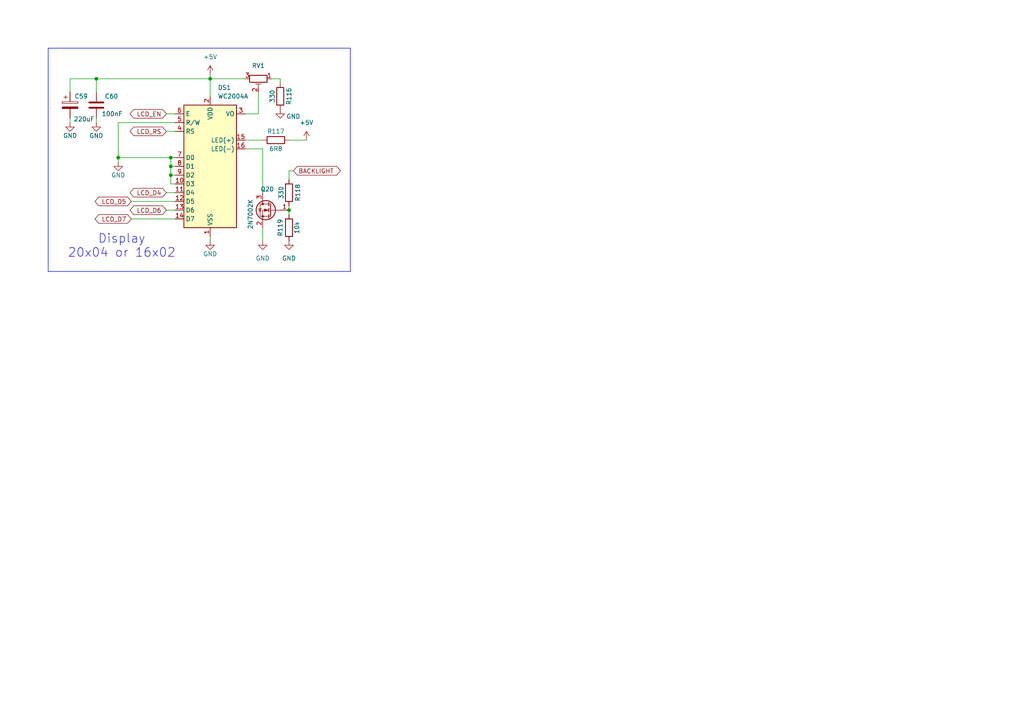
<source format=kicad_sch>
(kicad_sch (version 20231120) (generator "eeschema") (generator_version "8.0")
  (paper "A4")
  (lib_symbols
    (symbol "1_Library_GF:C_THT_RECT" (pin_numbers hide) (pin_names (offset 0.254))
      (property "Reference" "C" (at 0.635 2.54 0))
      (property "Value" "C" (at 0.635 -2.54 0))
      (property "Description" "Unpolarized capacitor" (at 0 0 0))
      (symbol "C_THT_RECT_0_1"
        (polyline (pts (xy -2.032 -0.762) (xy 2.032 -0.762)) (stroke (width 0.508)))
        (polyline (pts (xy -2.032 0.762) (xy 2.032 0.762)) (stroke (width 0.508)))
      )
      (symbol "C_THT_RECT_1_1"
        (pin passive line (at 0 3.81 270) (length 2.794) (name "~") (number "1"))
        (pin passive line (at 0 -3.81 90) (length 2.794) (name "~") (number "2"))
      )
    )
    (symbol "1_Library_GF:R_SMD_0805" (pin_numbers hide) (pin_names (offset 0))
      (property "Reference" "R" (at 2.032 0 90))
      (property "Value" "R" (at 0 0 90))
      (property "Description" "Resistor" (at 0 0 0))
      (symbol "R_SMD_0805_0_1"
        (rectangle (start -1.016 -2.54) (end 1.016 2.54) (stroke (width 0.254)))
      )
      (symbol "R_SMD_0805_1_1"
        (pin passive line (at 0 3.81 270) (length 1.27) (name "~") (number "1"))
        (pin passive line (at 0 -3.81 90) (length 1.27) (name "~") (number "2"))
      )
    )
    (symbol "Device:C_Polarized" (pin_numbers hide) (pin_names (offset 0.254))
      (property "Reference" "C" (at 0.635 2.54 0))
      (property "Value" "C_Polarized" (at 0.635 -2.54 0))
      (symbol "C_Polarized_0_1"
        (rectangle (start -2.286 0.508) (end 2.286 1.016))
        (polyline (pts (xy -1.778 2.286) (xy -0.762 2.286)))
        (polyline (pts (xy -1.27 2.794) (xy -1.27 1.778)))
        (rectangle (start 2.286 -0.508) (end -2.286 -1.016) (fill (type outline)))
      )
      (symbol "C_Polarized_1_1"
        (pin passive line (at 0 3.81 270) (length 2.794) (name "~") (number "1"))
        (pin passive line (at 0 -3.81 90) (length 2.794) (name "~") (number "2"))
      )
    )
    (symbol "Device:R" (pin_numbers hide) (pin_names (offset 0))
      (property "Reference" "R" (at 2.032 0 90))
      (property "Value" "R" (at 0 0 90))
      (symbol "R_0_1"
        (rectangle (start -1.016 -2.54) (end 1.016 2.54) (stroke (width 0.254)))
      )
      (symbol "R_1_1"
        (pin passive line (at 0 3.81 270) (length 1.27) (name "~") (number "1"))
        (pin passive line (at 0 -3.81 90) (length 1.27) (name "~") (number "2"))
      )
    )
    (symbol "Device:R_Potentiometer_Trim" (pin_names (offset 1.016) hide)
      (property "Reference" "RV" (at -4.445 0 90))
      (property "Value" "R_Potentiometer_Trim" (at -2.54 0 90))
      (symbol "R_Potentiometer_Trim_0_1"
        (polyline (pts (xy 1.524 0.762) (xy 1.524 -0.762)))
        (polyline (pts (xy 2.54 0) (xy 1.524 0)))
        (rectangle (start 1.016 2.54) (end -1.016 -2.54) (stroke (width 0.254)))
      )
      (symbol "R_Potentiometer_Trim_1_1"
        (pin passive line (at 0 3.81 270) (length 1.27) (name "1") (number "1"))
        (pin passive line (at 3.81 0 180) (length 1.27) (name "2") (number "2"))
        (pin passive line (at 0 -3.81 90) (length 1.27) (name "3") (number "3"))
      )
    )
    (symbol "Display_Character:WC1602A"
      (property "Reference" "DS" (at -5.842 19.05 0))
      (property "Value" "WC1602A" (at 5.334 19.05 0))
      (symbol "WC1602A_1_1"
        (rectangle (start -7.62 17.78) (end 7.62 -17.78) (stroke (width 0.254)) (fill (type background)))
        (pin power_in line (at 0 -20.32 90) (length 2.54) (name "VSS") (number "1"))
        (pin input line (at -10.16 -5.08 0) (length 2.54) (name "D3") (number "10"))
        (pin input line (at -10.16 -7.62 0) (length 2.54) (name "D4") (number "11"))
        (pin input line (at -10.16 -10.16 0) (length 2.54) (name "D5") (number "12"))
        (pin input line (at -10.16 -12.7 0) (length 2.54) (name "D6") (number "13"))
        (pin input line (at -10.16 -15.24 0) (length 2.54) (name "D7") (number "14"))
        (pin power_in line (at 10.16 7.62 180) (length 2.54) (name "LED(+)") (number "15"))
        (pin power_in line (at 10.16 5.08 180) (length 2.54) (name "LED(-)") (number "16"))
        (pin power_in line (at 0 20.32 270) (length 2.54) (name "VDD") (number "2"))
        (pin input line (at 10.16 15.24 180) (length 2.54) (name "VO") (number "3"))
        (pin input line (at -10.16 10.16 0) (length 2.54) (name "RS") (number "4"))
        (pin input line (at -10.16 12.7 0) (length 2.54) (name "R/W") (number "5"))
        (pin input line (at -10.16 15.24 0) (length 2.54) (name "E") (number "6"))
        (pin input line (at -10.16 2.54 0) (length 2.54) (name "D0") (number "7"))
        (pin input line (at -10.16 0 0) (length 2.54) (name "D1") (number "8"))
        (pin input line (at -10.16 -2.54 0) (length 2.54) (name "D2") (number "9"))
      )
    )
    (symbol "Transistor_FET:2N7002K" (pin_names hide)
      (property "Reference" "Q" (at 5.08 1.905 0))
      (property "Value" "2N7002K" (at 5.08 0 0))
      (symbol "2N7002K_0_1"
        (polyline (pts (xy 0.254 0) (xy -2.54 0)))
        (polyline (pts (xy 0.254 1.905) (xy 0.254 -1.905)) (stroke (width 0.254)))
        (polyline (pts (xy 0.762 -1.27) (xy 0.762 -2.286)) (stroke (width 0.254)))
        (polyline (pts (xy 0.762 0.508) (xy 0.762 -0.508)) (stroke (width 0.254)))
        (polyline (pts (xy 0.762 2.286) (xy 0.762 1.27)) (stroke (width 0.254)))
        (polyline (pts (xy 2.54 2.54) (xy 2.54 1.778)))
        (polyline (pts (xy 2.54 -2.54) (xy 2.54 0) (xy 0.762 0)))
        (polyline (pts (xy 0.762 -1.778) (xy 3.302 -1.778) (xy 3.302 1.778) (xy 0.762 1.778)))
        (polyline (pts (xy 1.016 0) (xy 2.032 0.381) (xy 2.032 -0.381) (xy 1.016 0)) (fill (type outline)))
        (polyline (pts (xy 2.794 0.508) (xy 2.921 0.381) (xy 3.683 0.381) (xy 3.81 0.254)))
        (polyline (pts (xy 3.302 0.381) (xy 2.921 -0.254) (xy 3.683 -0.254) (xy 3.302 0.381)))
        (circle (center 1.651 0) (radius 2.794) (stroke (width 0.254)))
        (circle (center 2.54 -1.778) (radius 0.254) (fill (type outline)))
        (circle (center 2.54 1.778) (radius 0.254) (fill (type outline)))
      )
      (symbol "2N7002K_1_1"
        (pin input line (at -5.08 0 0) (length 2.54) (name "G") (number "1"))
        (pin passive line (at 2.54 -5.08 90) (length 2.54) (name "S") (number "2"))
        (pin passive line (at 2.54 5.08 270) (length 2.54) (name "D") (number "3"))
      )
    )
    (symbol "power:+5V" (power) (pin_names (offset 0))
      (property "Value" "+5V" (at 0 3.556 0))
      (symbol "+5V_0_1"
        (polyline (pts (xy -0.762 1.27) (xy 0 2.54)))
        (polyline (pts (xy 0 0) (xy 0 2.54)))
        (polyline (pts (xy 0 2.54) (xy 0.762 1.27)))
      )
      (symbol "+5V_1_1"
        (pin power_in line (at 0 0 90) (length 0) hide (name "+5V") (number "1"))
      )
    )
    (symbol "power:GND" (power) (pin_names (offset 0))
      (property "Value" "GND" (at 0 -3.81 0))
      (symbol "GND_0_1"
        (polyline (pts (xy 0 0) (xy 0 -1.27) (xy 1.27 -1.27) (xy 0 -2.54) (xy -1.27 -1.27) (xy 0 -1.27)))
      )
      (symbol "GND_1_1"
        (pin power_in line (at 0 0 270) (length 0) hide (name "GND") (number "1"))
      )
    )
  )
  (junction (at 27.94 22.86))
  (junction (at 34.29 45.72))
  (junction (at 49.53 45.72))
  (junction (at 83.82 60.96))
  (junction (at 49.53 48.26))
  (junction (at 49.53 50.8))
  (junction (at 60.96 22.86))
  (wire (pts (xy 83.82 52.07) (xy 83.82 49.53)))
  (wire (pts (xy 76.2 43.18) (xy 71.12 43.18)))
  (wire (pts (xy 83.82 62.23) (xy 83.82 60.96)))
  (wire (pts (xy 74.93 33.02) (xy 74.93 26.67)))
  (wire (pts (xy 34.29 35.56) (xy 34.29 45.72)))
  (wire (pts (xy 49.53 50.8) (xy 49.53 48.26)))
  (wire (pts (xy 49.53 45.72) (xy 49.53 48.26)))
  (wire (pts (xy 20.32 22.86) (xy 27.94 22.86)))
  (wire (pts (xy 71.12 22.86) (xy 60.96 22.86)))
  (wire (pts (xy 76.2 69.85) (xy 76.2 66.04)))
  (wire (pts (xy 38.1 63.5) (xy 50.8 63.5)))
  (wire (pts (xy 48.26 60.96) (xy 50.8 60.96)))
  (wire (pts (xy 50.8 35.56) (xy 34.29 35.56)))
  (wire (pts (xy 34.29 45.72) (xy 49.53 45.72)))
  (wire (pts (xy 27.94 22.86) (xy 60.96 22.86)))
  (wire (pts (xy 48.26 33.02) (xy 50.8 33.02)))
  (wire (pts (xy 34.29 45.72) (xy 34.29 46.99)))
  (wire (pts (xy 48.26 38.1) (xy 50.8 38.1)))
  (wire (pts (xy 38.1 58.42) (xy 50.8 58.42)))
  (wire (pts (xy 83.82 40.64) (xy 88.9 40.64)))
  (wire (pts (xy 20.32 26.67) (xy 20.32 22.86)))
  (wire (pts (xy 48.26 55.88) (xy 50.8 55.88)))
  (wire (pts (xy 50.8 48.26) (xy 49.53 48.26)))
  (wire (pts (xy 71.12 33.02) (xy 74.93 33.02)))
  (wire (pts (xy 76.2 43.18) (xy 76.2 55.88)))
  (wire (pts (xy 81.28 22.86) (xy 81.28 24.13)))
  (wire (pts (xy 71.12 40.64) (xy 76.2 40.64)))
  (wire (pts (xy 27.94 26.67) (xy 27.94 22.86)))
  (wire (pts (xy 27.94 34.29) (xy 27.94 35.56)))
  (wire (pts (xy 49.53 53.34) (xy 49.53 50.8)))
  (wire (pts (xy 83.82 59.69) (xy 83.82 60.96)))
  (wire (pts (xy 60.96 68.58) (xy 60.96 69.85)))
  (wire (pts (xy 20.32 34.29) (xy 20.32 35.56)))
  (wire (pts (xy 60.96 21.59) (xy 60.96 22.86)))
  (wire (pts (xy 50.8 50.8) (xy 49.53 50.8)))
  (wire (pts (xy 50.8 53.34) (xy 49.53 53.34)))
  (wire (pts (xy 78.74 22.86) (xy 81.28 22.86)))
  (wire (pts (xy 49.53 45.72) (xy 50.8 45.72)))
  (wire (pts (xy 60.96 22.86) (xy 60.96 27.94)))
  (wire (pts (xy 85.09 49.53) (xy 83.82 49.53)))
  (rectangle (start 13.97 13.97) (end 101.6 78.74))
  (text "Display\n20x04 or 16x02" (at 35.306 71.374 0) (effects (font (size 2.54 2.54))))
  (global_label "LCD_EN" (shape bidirectional) (at 48.26 33.02 180) (property "Intersheetrefs" "${INTERSHEET_REFS}" (effects (hide yes))))
  (global_label "LCD_RS" (shape bidirectional) (at 48.26 38.1 180) (property "Intersheetrefs" "${INTERSHEET_REFS}" (effects (hide yes))))
  (global_label "LCD_D4" (shape bidirectional) (at 48.26 55.88 180) (property "Intersheetrefs" "${INTERSHEET_REFS}" (effects (hide yes))))
  (global_label "LCD_D6" (shape bidirectional) (at 48.26 60.96 180) (property "Intersheetrefs" "${INTERSHEET_REFS}" (effects (hide yes))))
  (global_label "LCD_D7" (shape bidirectional) (at 38.1 63.5 180) (property "Intersheetrefs" "${INTERSHEET_REFS}" (effects (hide yes))))
  (global_label "BACKLIGHT" (shape bidirectional) (at 85.09 49.53 0) (property "Intersheetrefs" "${INTERSHEET_REFS}" (effects (hide yes))))
  (global_label "LCD_D5" (shape bidirectional) (at 38.1 58.42 180) (property "Intersheetrefs" "${INTERSHEET_REFS}" (effects (hide yes))))
  (symbol (lib_id "power:GND") (at 76.2 69.85 0) (unit 1)
    (property "Reference" "#PWR146" (effects (hide yes)))
    (property "Value" "GND" (at 76.2 74.93 0))
    (property "Description" "Power symbol creates a global label with name \"GND\" , ground" (effects (hide yes)))
  )
  (symbol (lib_id "power:+5V") (at 60.96 21.59 0) (unit 1)
    (property "Reference" "#PWR137" (effects (hide yes)))
    (property "Value" "+5V" (at 60.96 16.51 0))
  )
  (symbol (lib_id "Display_Character:WC1602A") (at 60.96 48.26 0) (unit 1) (exclude_from_sim yes)
    (property "Reference" "DS1" (at 63.1541 25.4 0) (effects (justify left)))
    (property "Value" "WC2004A" (at 63.1541 27.94 0) (effects (justify left)))
    (property "Footprint" "Library:Display_1602_2004" (effects (hide yes)))
    (property "Datasheet" "https://gotronik.pl/img/o_lcs204_2nb.pdf" (effects (hide yes)))
    (property "LCSC" "-" (effects (hide yes)))
  )
  (symbol (lib_id "Device:R") (at 83.82 66.04 0) (mirror y) (unit 1)
    (property "Reference" "R119" (at 81.28 66.04 90))
    (property "Value" "10k" (at 86.106 66.04 90))
    (property "Footprint" "Resistor_SMD:R_0805_2012Metric" (effects (hide yes)))
    (property "Description" "Resistor" (effects (hide yes)))
    (property "LCSC" "C17414" (effects (hide yes)))
  )
  (symbol (lib_id "1_Library_GF:C_THT_RECT") (at 27.94 30.48 180) (unit 1)
    (property "Reference" "C60" (at 34.29 27.94 0) (effects (justify left)))
    (property "Value" "100nF" (at 35.56 33.02 0) (effects (justify left)))
    (property "Footprint" "Capacitor_SMD:C_0201_0603Metric" (effects (hide yes)))
    (property "Datasheet" "https://br.mouser.com/datasheet/2/447/KEM_C1018_X7R_SnPb_SMD-3316276.pdf" (effects (hide yes)))
    (property "Part Number" "C0805C104J5RALTU" (effects (hide yes)))
    (property "LCSC" "C307380" (effects (hide yes)))
  )
  (symbol (lib_id "power:GND") (at 27.94 35.56 0) (unit 1)
    (property "Reference" "#PWR141" (effects (hide yes)))
    (property "Value" "GND" (at 27.94 39.37 0))
  )
  (symbol (lib_id "power:+5V") (at 88.9 40.64 0) (unit 1)
    (property "Reference" "#PWR143" (effects (hide yes)))
    (property "Value" "+5V" (at 88.9 35.56 0))
  )
  (symbol (lib_id "1_Library_GF:R_SMD_0805") (at 80.01 40.64 270) (unit 1)
    (property "Reference" "R117" (at 80.01 38.1 90))
    (property "Value" "6R8" (at 80.01 43.18 90))
    (property "Footprint" "Resistor_SMD:R_2010_5025Metric_Pad1.40x2.65mm_HandSolder" (effects (hide yes)))
    (property "Datasheet" "https://www.vishay.com/docs/20035/dcrcwe3.pdf" (effects (hide yes)))
    (property "Part Number" "CRCW08056R8FKEA" (effects (hide yes)))
    (property "Type" "SMD" (effects (hide yes)))
    (property "LCSC" "C269336" (effects (hide yes)))
  )
  (symbol (lib_id "power:GND") (at 81.28 31.75 0) (unit 1)
    (property "Reference" "#PWR138" (effects (hide yes)))
    (property "Value" "GND" (at 85.09 33.782 0))
  )
  (symbol (lib_id "Device:C_Polarized") (at 20.32 30.48 0) (unit 1)
    (property "Reference" "C59" (at 21.59 27.94 0) (effects (justify left)))
    (property "Value" "220uF" (at 21.336 34.544 0) (effects (justify left)))
    (property "Footprint" "Capacitor_SMD:C_Elec_6.3x7.7" (effects (hide yes)))
    (property "Description" "Polarized capacitor" (effects (hide yes)))
    (property "LCSC" "C25170691" (effects (hide yes)))
  )
  (symbol (lib_id "power:GND") (at 83.82 69.85 0) (unit 1)
    (property "Reference" "#PWR147" (effects (hide yes)))
    (property "Value" "GND" (at 83.82 74.93 0))
    (property "Description" "Power symbol creates a global label with name \"GND\" , ground" (effects (hide yes)))
  )
  (symbol (lib_id "Device:R_Potentiometer_Trim") (at 74.93 22.86 270) (unit 1)
    (property "Reference" "RV1" (at 74.93 19.05 90))
    (property "Value" "10k" (effects (hide yes)))
    (property "Footprint" "Potentiometer_THT:Potentiometer_Runtron_RM-065_Vertical" (effects (hide yes)))
    (property "Description" "Trim-potentiometer" (effects (hide yes)))
    (property "LCSC" "C5205021" (effects (hide yes)))
  )
  (symbol (lib_id "power:GND") (at 20.32 35.56 0) (unit 1)
    (property "Reference" "#PWR140" (effects (hide yes)))
    (property "Value" "GND" (at 20.32 39.37 0))
  )
  (symbol (lib_id "Transistor_FET:2N7002K") (at 78.74 60.96 0) (mirror y) (unit 1)
    (property "Reference" "Q20" (at 79.502 54.864 0) (effects (justify left)))
    (property "Value" "2N7002K" (at 72.644 66.548 90) (effects (justify left)))
    (property "Footprint" "Package_TO_SOT_SMD:SOT-23" (effects (hide yes)))
    (property "Datasheet" "https://www.diodes.com/assets/Datasheets/ds30896.pdf" (effects (hide yes)))
    (property "Description" "0.38A Id, 60V Vds, N-Channel MOSFET, SOT-23" (effects (hide yes)))
    (property "LCSC" "C65189" (effects (hide yes)))
  )
  (symbol (lib_id "power:GND") (at 34.29 46.99 0) (unit 1)
    (property "Reference" "#PWR144" (effects (hide yes)))
    (property "Value" "GND" (at 34.29 50.8 0))
  )
  (symbol (lib_id "power:GND") (at 60.96 69.85 0) (unit 1)
    (property "Reference" "#PWR145" (effects (hide yes)))
    (property "Value" "GND" (at 60.96 73.66 0))
  )
  (symbol (lib_id "Device:R") (at 83.82 55.88 0) (mirror x) (unit 1)
    (property "Reference" "R118" (at 86.36 55.88 90))
    (property "Value" "330" (at 81.534 55.88 90))
    (property "Footprint" "Resistor_SMD:R_0805_2012Metric" (effects (hide yes)))
    (property "Description" "Resistor" (effects (hide yes)))
    (property "LCSC" "C17630" (effects (hide yes)))
  )
  (symbol (lib_id "Device:R") (at 81.28 27.94 0) (unit 1)
    (property "Reference" "R116" (at 83.82 27.94 90))
    (property "Value" "330" (at 78.994 27.94 90))
    (property "Footprint" "Resistor_SMD:R_0805_2012Metric" (effects (hide yes)))
    (property "Description" "Resistor" (effects (hide yes)))
    (property "LCSC" "C17630" (effects (hide yes)))
  )
)
</source>
